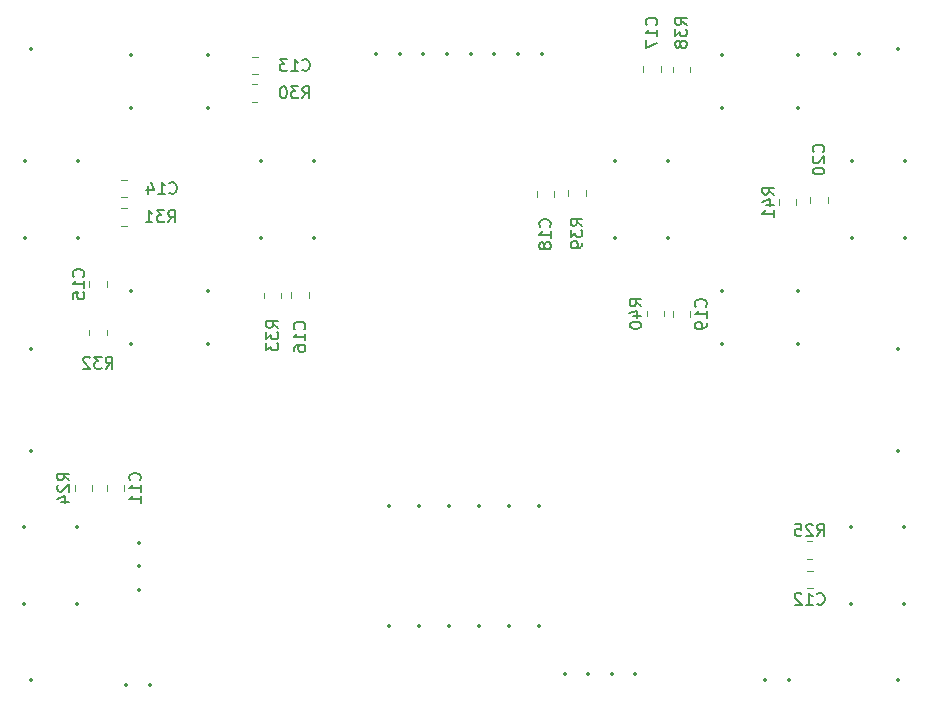
<source format=gbo>
%TF.GenerationSoftware,KiCad,Pcbnew,8.0.4*%
%TF.CreationDate,2024-08-07T19:34:09-04:00*%
%TF.ProjectId,button_board,62757474-6f6e-45f6-926f-6172642e6b69,rev?*%
%TF.SameCoordinates,Original*%
%TF.FileFunction,Legend,Bot*%
%TF.FilePolarity,Positive*%
%FSLAX46Y46*%
G04 Gerber Fmt 4.6, Leading zero omitted, Abs format (unit mm)*
G04 Created by KiCad (PCBNEW 8.0.4) date 2024-08-07 19:34:09*
%MOMM*%
%LPD*%
G01*
G04 APERTURE LIST*
%ADD10C,0.150000*%
%ADD11C,0.120000*%
%ADD12C,0.350000*%
G04 APERTURE END LIST*
D10*
X112748857Y-90968580D02*
X112796476Y-91016200D01*
X112796476Y-91016200D02*
X112939333Y-91063819D01*
X112939333Y-91063819D02*
X113034571Y-91063819D01*
X113034571Y-91063819D02*
X113177428Y-91016200D01*
X113177428Y-91016200D02*
X113272666Y-90920961D01*
X113272666Y-90920961D02*
X113320285Y-90825723D01*
X113320285Y-90825723D02*
X113367904Y-90635247D01*
X113367904Y-90635247D02*
X113367904Y-90492390D01*
X113367904Y-90492390D02*
X113320285Y-90301914D01*
X113320285Y-90301914D02*
X113272666Y-90206676D01*
X113272666Y-90206676D02*
X113177428Y-90111438D01*
X113177428Y-90111438D02*
X113034571Y-90063819D01*
X113034571Y-90063819D02*
X112939333Y-90063819D01*
X112939333Y-90063819D02*
X112796476Y-90111438D01*
X112796476Y-90111438D02*
X112748857Y-90159057D01*
X111796476Y-91063819D02*
X112367904Y-91063819D01*
X112082190Y-91063819D02*
X112082190Y-90063819D01*
X112082190Y-90063819D02*
X112177428Y-90206676D01*
X112177428Y-90206676D02*
X112272666Y-90301914D01*
X112272666Y-90301914D02*
X112367904Y-90349533D01*
X110939333Y-90397152D02*
X110939333Y-91063819D01*
X111177428Y-90016200D02*
X111415523Y-90730485D01*
X111415523Y-90730485D02*
X110796476Y-90730485D01*
X112648857Y-93463819D02*
X112982190Y-92987628D01*
X113220285Y-93463819D02*
X113220285Y-92463819D01*
X113220285Y-92463819D02*
X112839333Y-92463819D01*
X112839333Y-92463819D02*
X112744095Y-92511438D01*
X112744095Y-92511438D02*
X112696476Y-92559057D01*
X112696476Y-92559057D02*
X112648857Y-92654295D01*
X112648857Y-92654295D02*
X112648857Y-92797152D01*
X112648857Y-92797152D02*
X112696476Y-92892390D01*
X112696476Y-92892390D02*
X112744095Y-92940009D01*
X112744095Y-92940009D02*
X112839333Y-92987628D01*
X112839333Y-92987628D02*
X113220285Y-92987628D01*
X112315523Y-92463819D02*
X111696476Y-92463819D01*
X111696476Y-92463819D02*
X112029809Y-92844771D01*
X112029809Y-92844771D02*
X111886952Y-92844771D01*
X111886952Y-92844771D02*
X111791714Y-92892390D01*
X111791714Y-92892390D02*
X111744095Y-92940009D01*
X111744095Y-92940009D02*
X111696476Y-93035247D01*
X111696476Y-93035247D02*
X111696476Y-93273342D01*
X111696476Y-93273342D02*
X111744095Y-93368580D01*
X111744095Y-93368580D02*
X111791714Y-93416200D01*
X111791714Y-93416200D02*
X111886952Y-93463819D01*
X111886952Y-93463819D02*
X112172666Y-93463819D01*
X112172666Y-93463819D02*
X112267904Y-93416200D01*
X112267904Y-93416200D02*
X112315523Y-93368580D01*
X110744095Y-93463819D02*
X111315523Y-93463819D01*
X111029809Y-93463819D02*
X111029809Y-92463819D01*
X111029809Y-92463819D02*
X111125047Y-92606676D01*
X111125047Y-92606676D02*
X111220285Y-92701914D01*
X111220285Y-92701914D02*
X111315523Y-92749533D01*
X105465580Y-98066142D02*
X105513200Y-98018523D01*
X105513200Y-98018523D02*
X105560819Y-97875666D01*
X105560819Y-97875666D02*
X105560819Y-97780428D01*
X105560819Y-97780428D02*
X105513200Y-97637571D01*
X105513200Y-97637571D02*
X105417961Y-97542333D01*
X105417961Y-97542333D02*
X105322723Y-97494714D01*
X105322723Y-97494714D02*
X105132247Y-97447095D01*
X105132247Y-97447095D02*
X104989390Y-97447095D01*
X104989390Y-97447095D02*
X104798914Y-97494714D01*
X104798914Y-97494714D02*
X104703676Y-97542333D01*
X104703676Y-97542333D02*
X104608438Y-97637571D01*
X104608438Y-97637571D02*
X104560819Y-97780428D01*
X104560819Y-97780428D02*
X104560819Y-97875666D01*
X104560819Y-97875666D02*
X104608438Y-98018523D01*
X104608438Y-98018523D02*
X104656057Y-98066142D01*
X105560819Y-99018523D02*
X105560819Y-98447095D01*
X105560819Y-98732809D02*
X104560819Y-98732809D01*
X104560819Y-98732809D02*
X104703676Y-98637571D01*
X104703676Y-98637571D02*
X104798914Y-98542333D01*
X104798914Y-98542333D02*
X104846533Y-98447095D01*
X104560819Y-99923285D02*
X104560819Y-99447095D01*
X104560819Y-99447095D02*
X105037009Y-99399476D01*
X105037009Y-99399476D02*
X104989390Y-99447095D01*
X104989390Y-99447095D02*
X104941771Y-99542333D01*
X104941771Y-99542333D02*
X104941771Y-99780428D01*
X104941771Y-99780428D02*
X104989390Y-99875666D01*
X104989390Y-99875666D02*
X105037009Y-99923285D01*
X105037009Y-99923285D02*
X105132247Y-99970904D01*
X105132247Y-99970904D02*
X105370342Y-99970904D01*
X105370342Y-99970904D02*
X105465580Y-99923285D01*
X105465580Y-99923285D02*
X105513200Y-99875666D01*
X105513200Y-99875666D02*
X105560819Y-99780428D01*
X105560819Y-99780428D02*
X105560819Y-99542333D01*
X105560819Y-99542333D02*
X105513200Y-99447095D01*
X105513200Y-99447095D02*
X105465580Y-99399476D01*
X124011357Y-82963819D02*
X124344690Y-82487628D01*
X124582785Y-82963819D02*
X124582785Y-81963819D01*
X124582785Y-81963819D02*
X124201833Y-81963819D01*
X124201833Y-81963819D02*
X124106595Y-82011438D01*
X124106595Y-82011438D02*
X124058976Y-82059057D01*
X124058976Y-82059057D02*
X124011357Y-82154295D01*
X124011357Y-82154295D02*
X124011357Y-82297152D01*
X124011357Y-82297152D02*
X124058976Y-82392390D01*
X124058976Y-82392390D02*
X124106595Y-82440009D01*
X124106595Y-82440009D02*
X124201833Y-82487628D01*
X124201833Y-82487628D02*
X124582785Y-82487628D01*
X123678023Y-81963819D02*
X123058976Y-81963819D01*
X123058976Y-81963819D02*
X123392309Y-82344771D01*
X123392309Y-82344771D02*
X123249452Y-82344771D01*
X123249452Y-82344771D02*
X123154214Y-82392390D01*
X123154214Y-82392390D02*
X123106595Y-82440009D01*
X123106595Y-82440009D02*
X123058976Y-82535247D01*
X123058976Y-82535247D02*
X123058976Y-82773342D01*
X123058976Y-82773342D02*
X123106595Y-82868580D01*
X123106595Y-82868580D02*
X123154214Y-82916200D01*
X123154214Y-82916200D02*
X123249452Y-82963819D01*
X123249452Y-82963819D02*
X123535166Y-82963819D01*
X123535166Y-82963819D02*
X123630404Y-82916200D01*
X123630404Y-82916200D02*
X123678023Y-82868580D01*
X122439928Y-81963819D02*
X122344690Y-81963819D01*
X122344690Y-81963819D02*
X122249452Y-82011438D01*
X122249452Y-82011438D02*
X122201833Y-82059057D01*
X122201833Y-82059057D02*
X122154214Y-82154295D01*
X122154214Y-82154295D02*
X122106595Y-82344771D01*
X122106595Y-82344771D02*
X122106595Y-82582866D01*
X122106595Y-82582866D02*
X122154214Y-82773342D01*
X122154214Y-82773342D02*
X122201833Y-82868580D01*
X122201833Y-82868580D02*
X122249452Y-82916200D01*
X122249452Y-82916200D02*
X122344690Y-82963819D01*
X122344690Y-82963819D02*
X122439928Y-82963819D01*
X122439928Y-82963819D02*
X122535166Y-82916200D01*
X122535166Y-82916200D02*
X122582785Y-82868580D01*
X122582785Y-82868580D02*
X122630404Y-82773342D01*
X122630404Y-82773342D02*
X122678023Y-82582866D01*
X122678023Y-82582866D02*
X122678023Y-82344771D01*
X122678023Y-82344771D02*
X122630404Y-82154295D01*
X122630404Y-82154295D02*
X122582785Y-82059057D01*
X122582785Y-82059057D02*
X122535166Y-82011438D01*
X122535166Y-82011438D02*
X122439928Y-81963819D01*
X147710819Y-93753642D02*
X147234628Y-93420309D01*
X147710819Y-93182214D02*
X146710819Y-93182214D01*
X146710819Y-93182214D02*
X146710819Y-93563166D01*
X146710819Y-93563166D02*
X146758438Y-93658404D01*
X146758438Y-93658404D02*
X146806057Y-93706023D01*
X146806057Y-93706023D02*
X146901295Y-93753642D01*
X146901295Y-93753642D02*
X147044152Y-93753642D01*
X147044152Y-93753642D02*
X147139390Y-93706023D01*
X147139390Y-93706023D02*
X147187009Y-93658404D01*
X147187009Y-93658404D02*
X147234628Y-93563166D01*
X147234628Y-93563166D02*
X147234628Y-93182214D01*
X146710819Y-94086976D02*
X146710819Y-94706023D01*
X146710819Y-94706023D02*
X147091771Y-94372690D01*
X147091771Y-94372690D02*
X147091771Y-94515547D01*
X147091771Y-94515547D02*
X147139390Y-94610785D01*
X147139390Y-94610785D02*
X147187009Y-94658404D01*
X147187009Y-94658404D02*
X147282247Y-94706023D01*
X147282247Y-94706023D02*
X147520342Y-94706023D01*
X147520342Y-94706023D02*
X147615580Y-94658404D01*
X147615580Y-94658404D02*
X147663200Y-94610785D01*
X147663200Y-94610785D02*
X147710819Y-94515547D01*
X147710819Y-94515547D02*
X147710819Y-94229833D01*
X147710819Y-94229833D02*
X147663200Y-94134595D01*
X147663200Y-94134595D02*
X147615580Y-94086976D01*
X147710819Y-95182214D02*
X147710819Y-95372690D01*
X147710819Y-95372690D02*
X147663200Y-95467928D01*
X147663200Y-95467928D02*
X147615580Y-95515547D01*
X147615580Y-95515547D02*
X147472723Y-95610785D01*
X147472723Y-95610785D02*
X147282247Y-95658404D01*
X147282247Y-95658404D02*
X146901295Y-95658404D01*
X146901295Y-95658404D02*
X146806057Y-95610785D01*
X146806057Y-95610785D02*
X146758438Y-95563166D01*
X146758438Y-95563166D02*
X146710819Y-95467928D01*
X146710819Y-95467928D02*
X146710819Y-95277452D01*
X146710819Y-95277452D02*
X146758438Y-95182214D01*
X146758438Y-95182214D02*
X146806057Y-95134595D01*
X146806057Y-95134595D02*
X146901295Y-95086976D01*
X146901295Y-95086976D02*
X147139390Y-95086976D01*
X147139390Y-95086976D02*
X147234628Y-95134595D01*
X147234628Y-95134595D02*
X147282247Y-95182214D01*
X147282247Y-95182214D02*
X147329866Y-95277452D01*
X147329866Y-95277452D02*
X147329866Y-95467928D01*
X147329866Y-95467928D02*
X147282247Y-95563166D01*
X147282247Y-95563166D02*
X147234628Y-95610785D01*
X147234628Y-95610785D02*
X147139390Y-95658404D01*
X152710819Y-100566142D02*
X152234628Y-100232809D01*
X152710819Y-99994714D02*
X151710819Y-99994714D01*
X151710819Y-99994714D02*
X151710819Y-100375666D01*
X151710819Y-100375666D02*
X151758438Y-100470904D01*
X151758438Y-100470904D02*
X151806057Y-100518523D01*
X151806057Y-100518523D02*
X151901295Y-100566142D01*
X151901295Y-100566142D02*
X152044152Y-100566142D01*
X152044152Y-100566142D02*
X152139390Y-100518523D01*
X152139390Y-100518523D02*
X152187009Y-100470904D01*
X152187009Y-100470904D02*
X152234628Y-100375666D01*
X152234628Y-100375666D02*
X152234628Y-99994714D01*
X152044152Y-101423285D02*
X152710819Y-101423285D01*
X151663200Y-101185190D02*
X152377485Y-100947095D01*
X152377485Y-100947095D02*
X152377485Y-101566142D01*
X151710819Y-102137571D02*
X151710819Y-102232809D01*
X151710819Y-102232809D02*
X151758438Y-102328047D01*
X151758438Y-102328047D02*
X151806057Y-102375666D01*
X151806057Y-102375666D02*
X151901295Y-102423285D01*
X151901295Y-102423285D02*
X152091771Y-102470904D01*
X152091771Y-102470904D02*
X152329866Y-102470904D01*
X152329866Y-102470904D02*
X152520342Y-102423285D01*
X152520342Y-102423285D02*
X152615580Y-102375666D01*
X152615580Y-102375666D02*
X152663200Y-102328047D01*
X152663200Y-102328047D02*
X152710819Y-102232809D01*
X152710819Y-102232809D02*
X152710819Y-102137571D01*
X152710819Y-102137571D02*
X152663200Y-102042333D01*
X152663200Y-102042333D02*
X152615580Y-101994714D01*
X152615580Y-101994714D02*
X152520342Y-101947095D01*
X152520342Y-101947095D02*
X152329866Y-101899476D01*
X152329866Y-101899476D02*
X152091771Y-101899476D01*
X152091771Y-101899476D02*
X151901295Y-101947095D01*
X151901295Y-101947095D02*
X151806057Y-101994714D01*
X151806057Y-101994714D02*
X151758438Y-102042333D01*
X151758438Y-102042333D02*
X151710819Y-102137571D01*
X124165580Y-102516142D02*
X124213200Y-102468523D01*
X124213200Y-102468523D02*
X124260819Y-102325666D01*
X124260819Y-102325666D02*
X124260819Y-102230428D01*
X124260819Y-102230428D02*
X124213200Y-102087571D01*
X124213200Y-102087571D02*
X124117961Y-101992333D01*
X124117961Y-101992333D02*
X124022723Y-101944714D01*
X124022723Y-101944714D02*
X123832247Y-101897095D01*
X123832247Y-101897095D02*
X123689390Y-101897095D01*
X123689390Y-101897095D02*
X123498914Y-101944714D01*
X123498914Y-101944714D02*
X123403676Y-101992333D01*
X123403676Y-101992333D02*
X123308438Y-102087571D01*
X123308438Y-102087571D02*
X123260819Y-102230428D01*
X123260819Y-102230428D02*
X123260819Y-102325666D01*
X123260819Y-102325666D02*
X123308438Y-102468523D01*
X123308438Y-102468523D02*
X123356057Y-102516142D01*
X124260819Y-103468523D02*
X124260819Y-102897095D01*
X124260819Y-103182809D02*
X123260819Y-103182809D01*
X123260819Y-103182809D02*
X123403676Y-103087571D01*
X123403676Y-103087571D02*
X123498914Y-102992333D01*
X123498914Y-102992333D02*
X123546533Y-102897095D01*
X123260819Y-104325666D02*
X123260819Y-104135190D01*
X123260819Y-104135190D02*
X123308438Y-104039952D01*
X123308438Y-104039952D02*
X123356057Y-103992333D01*
X123356057Y-103992333D02*
X123498914Y-103897095D01*
X123498914Y-103897095D02*
X123689390Y-103849476D01*
X123689390Y-103849476D02*
X124070342Y-103849476D01*
X124070342Y-103849476D02*
X124165580Y-103897095D01*
X124165580Y-103897095D02*
X124213200Y-103944714D01*
X124213200Y-103944714D02*
X124260819Y-104039952D01*
X124260819Y-104039952D02*
X124260819Y-104230428D01*
X124260819Y-104230428D02*
X124213200Y-104325666D01*
X124213200Y-104325666D02*
X124165580Y-104373285D01*
X124165580Y-104373285D02*
X124070342Y-104420904D01*
X124070342Y-104420904D02*
X123832247Y-104420904D01*
X123832247Y-104420904D02*
X123737009Y-104373285D01*
X123737009Y-104373285D02*
X123689390Y-104325666D01*
X123689390Y-104325666D02*
X123641771Y-104230428D01*
X123641771Y-104230428D02*
X123641771Y-104039952D01*
X123641771Y-104039952D02*
X123689390Y-103944714D01*
X123689390Y-103944714D02*
X123737009Y-103897095D01*
X123737009Y-103897095D02*
X123832247Y-103849476D01*
X163960819Y-91116142D02*
X163484628Y-90782809D01*
X163960819Y-90544714D02*
X162960819Y-90544714D01*
X162960819Y-90544714D02*
X162960819Y-90925666D01*
X162960819Y-90925666D02*
X163008438Y-91020904D01*
X163008438Y-91020904D02*
X163056057Y-91068523D01*
X163056057Y-91068523D02*
X163151295Y-91116142D01*
X163151295Y-91116142D02*
X163294152Y-91116142D01*
X163294152Y-91116142D02*
X163389390Y-91068523D01*
X163389390Y-91068523D02*
X163437009Y-91020904D01*
X163437009Y-91020904D02*
X163484628Y-90925666D01*
X163484628Y-90925666D02*
X163484628Y-90544714D01*
X163294152Y-91973285D02*
X163960819Y-91973285D01*
X162913200Y-91735190D02*
X163627485Y-91497095D01*
X163627485Y-91497095D02*
X163627485Y-92116142D01*
X163960819Y-93020904D02*
X163960819Y-92449476D01*
X163960819Y-92735190D02*
X162960819Y-92735190D01*
X162960819Y-92735190D02*
X163103676Y-92639952D01*
X163103676Y-92639952D02*
X163198914Y-92544714D01*
X163198914Y-92544714D02*
X163246533Y-92449476D01*
X153965580Y-76766142D02*
X154013200Y-76718523D01*
X154013200Y-76718523D02*
X154060819Y-76575666D01*
X154060819Y-76575666D02*
X154060819Y-76480428D01*
X154060819Y-76480428D02*
X154013200Y-76337571D01*
X154013200Y-76337571D02*
X153917961Y-76242333D01*
X153917961Y-76242333D02*
X153822723Y-76194714D01*
X153822723Y-76194714D02*
X153632247Y-76147095D01*
X153632247Y-76147095D02*
X153489390Y-76147095D01*
X153489390Y-76147095D02*
X153298914Y-76194714D01*
X153298914Y-76194714D02*
X153203676Y-76242333D01*
X153203676Y-76242333D02*
X153108438Y-76337571D01*
X153108438Y-76337571D02*
X153060819Y-76480428D01*
X153060819Y-76480428D02*
X153060819Y-76575666D01*
X153060819Y-76575666D02*
X153108438Y-76718523D01*
X153108438Y-76718523D02*
X153156057Y-76766142D01*
X154060819Y-77718523D02*
X154060819Y-77147095D01*
X154060819Y-77432809D02*
X153060819Y-77432809D01*
X153060819Y-77432809D02*
X153203676Y-77337571D01*
X153203676Y-77337571D02*
X153298914Y-77242333D01*
X153298914Y-77242333D02*
X153346533Y-77147095D01*
X153060819Y-78051857D02*
X153060819Y-78718523D01*
X153060819Y-78718523D02*
X154060819Y-78289952D01*
X104260819Y-115316142D02*
X103784628Y-114982809D01*
X104260819Y-114744714D02*
X103260819Y-114744714D01*
X103260819Y-114744714D02*
X103260819Y-115125666D01*
X103260819Y-115125666D02*
X103308438Y-115220904D01*
X103308438Y-115220904D02*
X103356057Y-115268523D01*
X103356057Y-115268523D02*
X103451295Y-115316142D01*
X103451295Y-115316142D02*
X103594152Y-115316142D01*
X103594152Y-115316142D02*
X103689390Y-115268523D01*
X103689390Y-115268523D02*
X103737009Y-115220904D01*
X103737009Y-115220904D02*
X103784628Y-115125666D01*
X103784628Y-115125666D02*
X103784628Y-114744714D01*
X103356057Y-115697095D02*
X103308438Y-115744714D01*
X103308438Y-115744714D02*
X103260819Y-115839952D01*
X103260819Y-115839952D02*
X103260819Y-116078047D01*
X103260819Y-116078047D02*
X103308438Y-116173285D01*
X103308438Y-116173285D02*
X103356057Y-116220904D01*
X103356057Y-116220904D02*
X103451295Y-116268523D01*
X103451295Y-116268523D02*
X103546533Y-116268523D01*
X103546533Y-116268523D02*
X103689390Y-116220904D01*
X103689390Y-116220904D02*
X104260819Y-115649476D01*
X104260819Y-115649476D02*
X104260819Y-116268523D01*
X103594152Y-117125666D02*
X104260819Y-117125666D01*
X103213200Y-116887571D02*
X103927485Y-116649476D01*
X103927485Y-116649476D02*
X103927485Y-117268523D01*
X107348857Y-105863819D02*
X107682190Y-105387628D01*
X107920285Y-105863819D02*
X107920285Y-104863819D01*
X107920285Y-104863819D02*
X107539333Y-104863819D01*
X107539333Y-104863819D02*
X107444095Y-104911438D01*
X107444095Y-104911438D02*
X107396476Y-104959057D01*
X107396476Y-104959057D02*
X107348857Y-105054295D01*
X107348857Y-105054295D02*
X107348857Y-105197152D01*
X107348857Y-105197152D02*
X107396476Y-105292390D01*
X107396476Y-105292390D02*
X107444095Y-105340009D01*
X107444095Y-105340009D02*
X107539333Y-105387628D01*
X107539333Y-105387628D02*
X107920285Y-105387628D01*
X107015523Y-104863819D02*
X106396476Y-104863819D01*
X106396476Y-104863819D02*
X106729809Y-105244771D01*
X106729809Y-105244771D02*
X106586952Y-105244771D01*
X106586952Y-105244771D02*
X106491714Y-105292390D01*
X106491714Y-105292390D02*
X106444095Y-105340009D01*
X106444095Y-105340009D02*
X106396476Y-105435247D01*
X106396476Y-105435247D02*
X106396476Y-105673342D01*
X106396476Y-105673342D02*
X106444095Y-105768580D01*
X106444095Y-105768580D02*
X106491714Y-105816200D01*
X106491714Y-105816200D02*
X106586952Y-105863819D01*
X106586952Y-105863819D02*
X106872666Y-105863819D01*
X106872666Y-105863819D02*
X106967904Y-105816200D01*
X106967904Y-105816200D02*
X107015523Y-105768580D01*
X106015523Y-104959057D02*
X105967904Y-104911438D01*
X105967904Y-104911438D02*
X105872666Y-104863819D01*
X105872666Y-104863819D02*
X105634571Y-104863819D01*
X105634571Y-104863819D02*
X105539333Y-104911438D01*
X105539333Y-104911438D02*
X105491714Y-104959057D01*
X105491714Y-104959057D02*
X105444095Y-105054295D01*
X105444095Y-105054295D02*
X105444095Y-105149533D01*
X105444095Y-105149533D02*
X105491714Y-105292390D01*
X105491714Y-105292390D02*
X106063142Y-105863819D01*
X106063142Y-105863819D02*
X105444095Y-105863819D01*
X110245580Y-115316142D02*
X110293200Y-115268523D01*
X110293200Y-115268523D02*
X110340819Y-115125666D01*
X110340819Y-115125666D02*
X110340819Y-115030428D01*
X110340819Y-115030428D02*
X110293200Y-114887571D01*
X110293200Y-114887571D02*
X110197961Y-114792333D01*
X110197961Y-114792333D02*
X110102723Y-114744714D01*
X110102723Y-114744714D02*
X109912247Y-114697095D01*
X109912247Y-114697095D02*
X109769390Y-114697095D01*
X109769390Y-114697095D02*
X109578914Y-114744714D01*
X109578914Y-114744714D02*
X109483676Y-114792333D01*
X109483676Y-114792333D02*
X109388438Y-114887571D01*
X109388438Y-114887571D02*
X109340819Y-115030428D01*
X109340819Y-115030428D02*
X109340819Y-115125666D01*
X109340819Y-115125666D02*
X109388438Y-115268523D01*
X109388438Y-115268523D02*
X109436057Y-115316142D01*
X110340819Y-116268523D02*
X110340819Y-115697095D01*
X110340819Y-115982809D02*
X109340819Y-115982809D01*
X109340819Y-115982809D02*
X109483676Y-115887571D01*
X109483676Y-115887571D02*
X109578914Y-115792333D01*
X109578914Y-115792333D02*
X109626533Y-115697095D01*
X110340819Y-117220904D02*
X110340819Y-116649476D01*
X110340819Y-116935190D02*
X109340819Y-116935190D01*
X109340819Y-116935190D02*
X109483676Y-116839952D01*
X109483676Y-116839952D02*
X109578914Y-116744714D01*
X109578914Y-116744714D02*
X109626533Y-116649476D01*
X121960819Y-102416142D02*
X121484628Y-102082809D01*
X121960819Y-101844714D02*
X120960819Y-101844714D01*
X120960819Y-101844714D02*
X120960819Y-102225666D01*
X120960819Y-102225666D02*
X121008438Y-102320904D01*
X121008438Y-102320904D02*
X121056057Y-102368523D01*
X121056057Y-102368523D02*
X121151295Y-102416142D01*
X121151295Y-102416142D02*
X121294152Y-102416142D01*
X121294152Y-102416142D02*
X121389390Y-102368523D01*
X121389390Y-102368523D02*
X121437009Y-102320904D01*
X121437009Y-102320904D02*
X121484628Y-102225666D01*
X121484628Y-102225666D02*
X121484628Y-101844714D01*
X120960819Y-102749476D02*
X120960819Y-103368523D01*
X120960819Y-103368523D02*
X121341771Y-103035190D01*
X121341771Y-103035190D02*
X121341771Y-103178047D01*
X121341771Y-103178047D02*
X121389390Y-103273285D01*
X121389390Y-103273285D02*
X121437009Y-103320904D01*
X121437009Y-103320904D02*
X121532247Y-103368523D01*
X121532247Y-103368523D02*
X121770342Y-103368523D01*
X121770342Y-103368523D02*
X121865580Y-103320904D01*
X121865580Y-103320904D02*
X121913200Y-103273285D01*
X121913200Y-103273285D02*
X121960819Y-103178047D01*
X121960819Y-103178047D02*
X121960819Y-102892333D01*
X121960819Y-102892333D02*
X121913200Y-102797095D01*
X121913200Y-102797095D02*
X121865580Y-102749476D01*
X120960819Y-103701857D02*
X120960819Y-104320904D01*
X120960819Y-104320904D02*
X121341771Y-103987571D01*
X121341771Y-103987571D02*
X121341771Y-104130428D01*
X121341771Y-104130428D02*
X121389390Y-104225666D01*
X121389390Y-104225666D02*
X121437009Y-104273285D01*
X121437009Y-104273285D02*
X121532247Y-104320904D01*
X121532247Y-104320904D02*
X121770342Y-104320904D01*
X121770342Y-104320904D02*
X121865580Y-104273285D01*
X121865580Y-104273285D02*
X121913200Y-104225666D01*
X121913200Y-104225666D02*
X121960819Y-104130428D01*
X121960819Y-104130428D02*
X121960819Y-103844714D01*
X121960819Y-103844714D02*
X121913200Y-103749476D01*
X121913200Y-103749476D02*
X121865580Y-103701857D01*
X124011357Y-80568580D02*
X124058976Y-80616200D01*
X124058976Y-80616200D02*
X124201833Y-80663819D01*
X124201833Y-80663819D02*
X124297071Y-80663819D01*
X124297071Y-80663819D02*
X124439928Y-80616200D01*
X124439928Y-80616200D02*
X124535166Y-80520961D01*
X124535166Y-80520961D02*
X124582785Y-80425723D01*
X124582785Y-80425723D02*
X124630404Y-80235247D01*
X124630404Y-80235247D02*
X124630404Y-80092390D01*
X124630404Y-80092390D02*
X124582785Y-79901914D01*
X124582785Y-79901914D02*
X124535166Y-79806676D01*
X124535166Y-79806676D02*
X124439928Y-79711438D01*
X124439928Y-79711438D02*
X124297071Y-79663819D01*
X124297071Y-79663819D02*
X124201833Y-79663819D01*
X124201833Y-79663819D02*
X124058976Y-79711438D01*
X124058976Y-79711438D02*
X124011357Y-79759057D01*
X123058976Y-80663819D02*
X123630404Y-80663819D01*
X123344690Y-80663819D02*
X123344690Y-79663819D01*
X123344690Y-79663819D02*
X123439928Y-79806676D01*
X123439928Y-79806676D02*
X123535166Y-79901914D01*
X123535166Y-79901914D02*
X123630404Y-79949533D01*
X122725642Y-79663819D02*
X122106595Y-79663819D01*
X122106595Y-79663819D02*
X122439928Y-80044771D01*
X122439928Y-80044771D02*
X122297071Y-80044771D01*
X122297071Y-80044771D02*
X122201833Y-80092390D01*
X122201833Y-80092390D02*
X122154214Y-80140009D01*
X122154214Y-80140009D02*
X122106595Y-80235247D01*
X122106595Y-80235247D02*
X122106595Y-80473342D01*
X122106595Y-80473342D02*
X122154214Y-80568580D01*
X122154214Y-80568580D02*
X122201833Y-80616200D01*
X122201833Y-80616200D02*
X122297071Y-80663819D01*
X122297071Y-80663819D02*
X122582785Y-80663819D01*
X122582785Y-80663819D02*
X122678023Y-80616200D01*
X122678023Y-80616200D02*
X122725642Y-80568580D01*
X168115580Y-87503642D02*
X168163200Y-87456023D01*
X168163200Y-87456023D02*
X168210819Y-87313166D01*
X168210819Y-87313166D02*
X168210819Y-87217928D01*
X168210819Y-87217928D02*
X168163200Y-87075071D01*
X168163200Y-87075071D02*
X168067961Y-86979833D01*
X168067961Y-86979833D02*
X167972723Y-86932214D01*
X167972723Y-86932214D02*
X167782247Y-86884595D01*
X167782247Y-86884595D02*
X167639390Y-86884595D01*
X167639390Y-86884595D02*
X167448914Y-86932214D01*
X167448914Y-86932214D02*
X167353676Y-86979833D01*
X167353676Y-86979833D02*
X167258438Y-87075071D01*
X167258438Y-87075071D02*
X167210819Y-87217928D01*
X167210819Y-87217928D02*
X167210819Y-87313166D01*
X167210819Y-87313166D02*
X167258438Y-87456023D01*
X167258438Y-87456023D02*
X167306057Y-87503642D01*
X167306057Y-87884595D02*
X167258438Y-87932214D01*
X167258438Y-87932214D02*
X167210819Y-88027452D01*
X167210819Y-88027452D02*
X167210819Y-88265547D01*
X167210819Y-88265547D02*
X167258438Y-88360785D01*
X167258438Y-88360785D02*
X167306057Y-88408404D01*
X167306057Y-88408404D02*
X167401295Y-88456023D01*
X167401295Y-88456023D02*
X167496533Y-88456023D01*
X167496533Y-88456023D02*
X167639390Y-88408404D01*
X167639390Y-88408404D02*
X168210819Y-87836976D01*
X168210819Y-87836976D02*
X168210819Y-88456023D01*
X167210819Y-89075071D02*
X167210819Y-89170309D01*
X167210819Y-89170309D02*
X167258438Y-89265547D01*
X167258438Y-89265547D02*
X167306057Y-89313166D01*
X167306057Y-89313166D02*
X167401295Y-89360785D01*
X167401295Y-89360785D02*
X167591771Y-89408404D01*
X167591771Y-89408404D02*
X167829866Y-89408404D01*
X167829866Y-89408404D02*
X168020342Y-89360785D01*
X168020342Y-89360785D02*
X168115580Y-89313166D01*
X168115580Y-89313166D02*
X168163200Y-89265547D01*
X168163200Y-89265547D02*
X168210819Y-89170309D01*
X168210819Y-89170309D02*
X168210819Y-89075071D01*
X168210819Y-89075071D02*
X168163200Y-88979833D01*
X168163200Y-88979833D02*
X168115580Y-88932214D01*
X168115580Y-88932214D02*
X168020342Y-88884595D01*
X168020342Y-88884595D02*
X167829866Y-88836976D01*
X167829866Y-88836976D02*
X167591771Y-88836976D01*
X167591771Y-88836976D02*
X167401295Y-88884595D01*
X167401295Y-88884595D02*
X167306057Y-88932214D01*
X167306057Y-88932214D02*
X167258438Y-88979833D01*
X167258438Y-88979833D02*
X167210819Y-89075071D01*
X158145580Y-100603642D02*
X158193200Y-100556023D01*
X158193200Y-100556023D02*
X158240819Y-100413166D01*
X158240819Y-100413166D02*
X158240819Y-100317928D01*
X158240819Y-100317928D02*
X158193200Y-100175071D01*
X158193200Y-100175071D02*
X158097961Y-100079833D01*
X158097961Y-100079833D02*
X158002723Y-100032214D01*
X158002723Y-100032214D02*
X157812247Y-99984595D01*
X157812247Y-99984595D02*
X157669390Y-99984595D01*
X157669390Y-99984595D02*
X157478914Y-100032214D01*
X157478914Y-100032214D02*
X157383676Y-100079833D01*
X157383676Y-100079833D02*
X157288438Y-100175071D01*
X157288438Y-100175071D02*
X157240819Y-100317928D01*
X157240819Y-100317928D02*
X157240819Y-100413166D01*
X157240819Y-100413166D02*
X157288438Y-100556023D01*
X157288438Y-100556023D02*
X157336057Y-100603642D01*
X158240819Y-101556023D02*
X158240819Y-100984595D01*
X158240819Y-101270309D02*
X157240819Y-101270309D01*
X157240819Y-101270309D02*
X157383676Y-101175071D01*
X157383676Y-101175071D02*
X157478914Y-101079833D01*
X157478914Y-101079833D02*
X157526533Y-100984595D01*
X158240819Y-102032214D02*
X158240819Y-102222690D01*
X158240819Y-102222690D02*
X158193200Y-102317928D01*
X158193200Y-102317928D02*
X158145580Y-102365547D01*
X158145580Y-102365547D02*
X158002723Y-102460785D01*
X158002723Y-102460785D02*
X157812247Y-102508404D01*
X157812247Y-102508404D02*
X157431295Y-102508404D01*
X157431295Y-102508404D02*
X157336057Y-102460785D01*
X157336057Y-102460785D02*
X157288438Y-102413166D01*
X157288438Y-102413166D02*
X157240819Y-102317928D01*
X157240819Y-102317928D02*
X157240819Y-102127452D01*
X157240819Y-102127452D02*
X157288438Y-102032214D01*
X157288438Y-102032214D02*
X157336057Y-101984595D01*
X157336057Y-101984595D02*
X157431295Y-101936976D01*
X157431295Y-101936976D02*
X157669390Y-101936976D01*
X157669390Y-101936976D02*
X157764628Y-101984595D01*
X157764628Y-101984595D02*
X157812247Y-102032214D01*
X157812247Y-102032214D02*
X157859866Y-102127452D01*
X157859866Y-102127452D02*
X157859866Y-102317928D01*
X157859866Y-102317928D02*
X157812247Y-102413166D01*
X157812247Y-102413166D02*
X157764628Y-102460785D01*
X157764628Y-102460785D02*
X157669390Y-102508404D01*
X156560819Y-76766142D02*
X156084628Y-76432809D01*
X156560819Y-76194714D02*
X155560819Y-76194714D01*
X155560819Y-76194714D02*
X155560819Y-76575666D01*
X155560819Y-76575666D02*
X155608438Y-76670904D01*
X155608438Y-76670904D02*
X155656057Y-76718523D01*
X155656057Y-76718523D02*
X155751295Y-76766142D01*
X155751295Y-76766142D02*
X155894152Y-76766142D01*
X155894152Y-76766142D02*
X155989390Y-76718523D01*
X155989390Y-76718523D02*
X156037009Y-76670904D01*
X156037009Y-76670904D02*
X156084628Y-76575666D01*
X156084628Y-76575666D02*
X156084628Y-76194714D01*
X155560819Y-77099476D02*
X155560819Y-77718523D01*
X155560819Y-77718523D02*
X155941771Y-77385190D01*
X155941771Y-77385190D02*
X155941771Y-77528047D01*
X155941771Y-77528047D02*
X155989390Y-77623285D01*
X155989390Y-77623285D02*
X156037009Y-77670904D01*
X156037009Y-77670904D02*
X156132247Y-77718523D01*
X156132247Y-77718523D02*
X156370342Y-77718523D01*
X156370342Y-77718523D02*
X156465580Y-77670904D01*
X156465580Y-77670904D02*
X156513200Y-77623285D01*
X156513200Y-77623285D02*
X156560819Y-77528047D01*
X156560819Y-77528047D02*
X156560819Y-77242333D01*
X156560819Y-77242333D02*
X156513200Y-77147095D01*
X156513200Y-77147095D02*
X156465580Y-77099476D01*
X155989390Y-78289952D02*
X155941771Y-78194714D01*
X155941771Y-78194714D02*
X155894152Y-78147095D01*
X155894152Y-78147095D02*
X155798914Y-78099476D01*
X155798914Y-78099476D02*
X155751295Y-78099476D01*
X155751295Y-78099476D02*
X155656057Y-78147095D01*
X155656057Y-78147095D02*
X155608438Y-78194714D01*
X155608438Y-78194714D02*
X155560819Y-78289952D01*
X155560819Y-78289952D02*
X155560819Y-78480428D01*
X155560819Y-78480428D02*
X155608438Y-78575666D01*
X155608438Y-78575666D02*
X155656057Y-78623285D01*
X155656057Y-78623285D02*
X155751295Y-78670904D01*
X155751295Y-78670904D02*
X155798914Y-78670904D01*
X155798914Y-78670904D02*
X155894152Y-78623285D01*
X155894152Y-78623285D02*
X155941771Y-78575666D01*
X155941771Y-78575666D02*
X155989390Y-78480428D01*
X155989390Y-78480428D02*
X155989390Y-78289952D01*
X155989390Y-78289952D02*
X156037009Y-78194714D01*
X156037009Y-78194714D02*
X156084628Y-78147095D01*
X156084628Y-78147095D02*
X156179866Y-78099476D01*
X156179866Y-78099476D02*
X156370342Y-78099476D01*
X156370342Y-78099476D02*
X156465580Y-78147095D01*
X156465580Y-78147095D02*
X156513200Y-78194714D01*
X156513200Y-78194714D02*
X156560819Y-78289952D01*
X156560819Y-78289952D02*
X156560819Y-78480428D01*
X156560819Y-78480428D02*
X156513200Y-78575666D01*
X156513200Y-78575666D02*
X156465580Y-78623285D01*
X156465580Y-78623285D02*
X156370342Y-78670904D01*
X156370342Y-78670904D02*
X156179866Y-78670904D01*
X156179866Y-78670904D02*
X156084628Y-78623285D01*
X156084628Y-78623285D02*
X156037009Y-78575666D01*
X156037009Y-78575666D02*
X155989390Y-78480428D01*
X144965580Y-93841142D02*
X145013200Y-93793523D01*
X145013200Y-93793523D02*
X145060819Y-93650666D01*
X145060819Y-93650666D02*
X145060819Y-93555428D01*
X145060819Y-93555428D02*
X145013200Y-93412571D01*
X145013200Y-93412571D02*
X144917961Y-93317333D01*
X144917961Y-93317333D02*
X144822723Y-93269714D01*
X144822723Y-93269714D02*
X144632247Y-93222095D01*
X144632247Y-93222095D02*
X144489390Y-93222095D01*
X144489390Y-93222095D02*
X144298914Y-93269714D01*
X144298914Y-93269714D02*
X144203676Y-93317333D01*
X144203676Y-93317333D02*
X144108438Y-93412571D01*
X144108438Y-93412571D02*
X144060819Y-93555428D01*
X144060819Y-93555428D02*
X144060819Y-93650666D01*
X144060819Y-93650666D02*
X144108438Y-93793523D01*
X144108438Y-93793523D02*
X144156057Y-93841142D01*
X145060819Y-94793523D02*
X145060819Y-94222095D01*
X145060819Y-94507809D02*
X144060819Y-94507809D01*
X144060819Y-94507809D02*
X144203676Y-94412571D01*
X144203676Y-94412571D02*
X144298914Y-94317333D01*
X144298914Y-94317333D02*
X144346533Y-94222095D01*
X144489390Y-95364952D02*
X144441771Y-95269714D01*
X144441771Y-95269714D02*
X144394152Y-95222095D01*
X144394152Y-95222095D02*
X144298914Y-95174476D01*
X144298914Y-95174476D02*
X144251295Y-95174476D01*
X144251295Y-95174476D02*
X144156057Y-95222095D01*
X144156057Y-95222095D02*
X144108438Y-95269714D01*
X144108438Y-95269714D02*
X144060819Y-95364952D01*
X144060819Y-95364952D02*
X144060819Y-95555428D01*
X144060819Y-95555428D02*
X144108438Y-95650666D01*
X144108438Y-95650666D02*
X144156057Y-95698285D01*
X144156057Y-95698285D02*
X144251295Y-95745904D01*
X144251295Y-95745904D02*
X144298914Y-95745904D01*
X144298914Y-95745904D02*
X144394152Y-95698285D01*
X144394152Y-95698285D02*
X144441771Y-95650666D01*
X144441771Y-95650666D02*
X144489390Y-95555428D01*
X144489390Y-95555428D02*
X144489390Y-95364952D01*
X144489390Y-95364952D02*
X144537009Y-95269714D01*
X144537009Y-95269714D02*
X144584628Y-95222095D01*
X144584628Y-95222095D02*
X144679866Y-95174476D01*
X144679866Y-95174476D02*
X144870342Y-95174476D01*
X144870342Y-95174476D02*
X144965580Y-95222095D01*
X144965580Y-95222095D02*
X145013200Y-95269714D01*
X145013200Y-95269714D02*
X145060819Y-95364952D01*
X145060819Y-95364952D02*
X145060819Y-95555428D01*
X145060819Y-95555428D02*
X145013200Y-95650666D01*
X145013200Y-95650666D02*
X144965580Y-95698285D01*
X144965580Y-95698285D02*
X144870342Y-95745904D01*
X144870342Y-95745904D02*
X144679866Y-95745904D01*
X144679866Y-95745904D02*
X144584628Y-95698285D01*
X144584628Y-95698285D02*
X144537009Y-95650666D01*
X144537009Y-95650666D02*
X144489390Y-95555428D01*
X167598857Y-125748580D02*
X167646476Y-125796200D01*
X167646476Y-125796200D02*
X167789333Y-125843819D01*
X167789333Y-125843819D02*
X167884571Y-125843819D01*
X167884571Y-125843819D02*
X168027428Y-125796200D01*
X168027428Y-125796200D02*
X168122666Y-125700961D01*
X168122666Y-125700961D02*
X168170285Y-125605723D01*
X168170285Y-125605723D02*
X168217904Y-125415247D01*
X168217904Y-125415247D02*
X168217904Y-125272390D01*
X168217904Y-125272390D02*
X168170285Y-125081914D01*
X168170285Y-125081914D02*
X168122666Y-124986676D01*
X168122666Y-124986676D02*
X168027428Y-124891438D01*
X168027428Y-124891438D02*
X167884571Y-124843819D01*
X167884571Y-124843819D02*
X167789333Y-124843819D01*
X167789333Y-124843819D02*
X167646476Y-124891438D01*
X167646476Y-124891438D02*
X167598857Y-124939057D01*
X166646476Y-125843819D02*
X167217904Y-125843819D01*
X166932190Y-125843819D02*
X166932190Y-124843819D01*
X166932190Y-124843819D02*
X167027428Y-124986676D01*
X167027428Y-124986676D02*
X167122666Y-125081914D01*
X167122666Y-125081914D02*
X167217904Y-125129533D01*
X166265523Y-124939057D02*
X166217904Y-124891438D01*
X166217904Y-124891438D02*
X166122666Y-124843819D01*
X166122666Y-124843819D02*
X165884571Y-124843819D01*
X165884571Y-124843819D02*
X165789333Y-124891438D01*
X165789333Y-124891438D02*
X165741714Y-124939057D01*
X165741714Y-124939057D02*
X165694095Y-125034295D01*
X165694095Y-125034295D02*
X165694095Y-125129533D01*
X165694095Y-125129533D02*
X165741714Y-125272390D01*
X165741714Y-125272390D02*
X166313142Y-125843819D01*
X166313142Y-125843819D02*
X165694095Y-125843819D01*
X167598857Y-120013819D02*
X167932190Y-119537628D01*
X168170285Y-120013819D02*
X168170285Y-119013819D01*
X168170285Y-119013819D02*
X167789333Y-119013819D01*
X167789333Y-119013819D02*
X167694095Y-119061438D01*
X167694095Y-119061438D02*
X167646476Y-119109057D01*
X167646476Y-119109057D02*
X167598857Y-119204295D01*
X167598857Y-119204295D02*
X167598857Y-119347152D01*
X167598857Y-119347152D02*
X167646476Y-119442390D01*
X167646476Y-119442390D02*
X167694095Y-119490009D01*
X167694095Y-119490009D02*
X167789333Y-119537628D01*
X167789333Y-119537628D02*
X168170285Y-119537628D01*
X167217904Y-119109057D02*
X167170285Y-119061438D01*
X167170285Y-119061438D02*
X167075047Y-119013819D01*
X167075047Y-119013819D02*
X166836952Y-119013819D01*
X166836952Y-119013819D02*
X166741714Y-119061438D01*
X166741714Y-119061438D02*
X166694095Y-119109057D01*
X166694095Y-119109057D02*
X166646476Y-119204295D01*
X166646476Y-119204295D02*
X166646476Y-119299533D01*
X166646476Y-119299533D02*
X166694095Y-119442390D01*
X166694095Y-119442390D02*
X167265523Y-120013819D01*
X167265523Y-120013819D02*
X166646476Y-120013819D01*
X165741714Y-119013819D02*
X166217904Y-119013819D01*
X166217904Y-119013819D02*
X166265523Y-119490009D01*
X166265523Y-119490009D02*
X166217904Y-119442390D01*
X166217904Y-119442390D02*
X166122666Y-119394771D01*
X166122666Y-119394771D02*
X165884571Y-119394771D01*
X165884571Y-119394771D02*
X165789333Y-119442390D01*
X165789333Y-119442390D02*
X165741714Y-119490009D01*
X165741714Y-119490009D02*
X165694095Y-119585247D01*
X165694095Y-119585247D02*
X165694095Y-119823342D01*
X165694095Y-119823342D02*
X165741714Y-119918580D01*
X165741714Y-119918580D02*
X165789333Y-119966200D01*
X165789333Y-119966200D02*
X165884571Y-120013819D01*
X165884571Y-120013819D02*
X166122666Y-120013819D01*
X166122666Y-120013819D02*
X166217904Y-119966200D01*
X166217904Y-119966200D02*
X166265523Y-119918580D01*
D11*
%TO.C,C14*%
X109167252Y-89874000D02*
X108644748Y-89874000D01*
X109167252Y-91344000D02*
X108644748Y-91344000D01*
%TO.C,R31*%
X108678936Y-92274000D02*
X109133064Y-92274000D01*
X108678936Y-93744000D02*
X109133064Y-93744000D01*
%TO.C,C15*%
X105971000Y-98970252D02*
X105971000Y-98447748D01*
X107441000Y-98970252D02*
X107441000Y-98447748D01*
%TO.C,R30*%
X119741436Y-81774000D02*
X120195564Y-81774000D01*
X119741436Y-83244000D02*
X120195564Y-83244000D01*
%TO.C,R39*%
X146521000Y-90769436D02*
X146521000Y-91223564D01*
X147991000Y-90769436D02*
X147991000Y-91223564D01*
%TO.C,R40*%
X153171000Y-101436064D02*
X153171000Y-100981936D01*
X154641000Y-101436064D02*
X154641000Y-100981936D01*
%TO.C,C16*%
X123071000Y-99920252D02*
X123071000Y-99397748D01*
X124541000Y-99920252D02*
X124541000Y-99397748D01*
%TO.C,R41*%
X164371000Y-91531936D02*
X164371000Y-91986064D01*
X165841000Y-91531936D02*
X165841000Y-91986064D01*
%TO.C,C17*%
X152871000Y-80247748D02*
X152871000Y-80770252D01*
X154341000Y-80247748D02*
X154341000Y-80770252D01*
%TO.C,R24*%
X104721000Y-116186064D02*
X104721000Y-115731936D01*
X106191000Y-116186064D02*
X106191000Y-115731936D01*
%TO.C,R32*%
X105971000Y-103036064D02*
X105971000Y-102581936D01*
X107441000Y-103036064D02*
X107441000Y-102581936D01*
%TO.C,C11*%
X107471000Y-115697748D02*
X107471000Y-116220252D01*
X108941000Y-115697748D02*
X108941000Y-116220252D01*
%TO.C,R33*%
X120771000Y-99431936D02*
X120771000Y-99886064D01*
X122241000Y-99431936D02*
X122241000Y-99886064D01*
%TO.C,C13*%
X120267252Y-79474000D02*
X119744748Y-79474000D01*
X120267252Y-80944000D02*
X119744748Y-80944000D01*
%TO.C,C20*%
X167021000Y-91857752D02*
X167021000Y-91335248D01*
X168491000Y-91857752D02*
X168491000Y-91335248D01*
%TO.C,C19*%
X155371000Y-100985248D02*
X155371000Y-101507752D01*
X156841000Y-100985248D02*
X156841000Y-101507752D01*
%TO.C,R38*%
X155371000Y-80736064D02*
X155371000Y-80281936D01*
X156841000Y-80736064D02*
X156841000Y-80281936D01*
%TO.C,C18*%
X143871000Y-91307752D02*
X143871000Y-90785248D01*
X145341000Y-91307752D02*
X145341000Y-90785248D01*
%TO.C,C12*%
X167217252Y-122974000D02*
X166694748Y-122974000D01*
X167217252Y-124444000D02*
X166694748Y-124444000D01*
%TO.C,R25*%
X166728936Y-120474000D02*
X167183064Y-120474000D01*
X166728936Y-121944000D02*
X167183064Y-121944000D01*
%TD*%
D12*
X174406000Y-112809000D03*
X101006000Y-78809000D03*
X159506000Y-83809000D03*
X166006000Y-83809000D03*
X159506000Y-79309000D03*
X166006000Y-79309000D03*
X150506000Y-88309000D03*
X150506000Y-94809000D03*
X155006000Y-88309000D03*
X155006000Y-94809000D03*
X174406000Y-78809000D03*
X174406000Y-132209000D03*
X101006000Y-132209000D03*
X174406000Y-104209000D03*
X109506000Y-83809000D03*
X116006000Y-83809000D03*
X109506000Y-79309000D03*
X116006000Y-79309000D03*
X170506000Y-88309000D03*
X170506000Y-94809000D03*
X175006000Y-88309000D03*
X175006000Y-94809000D03*
X131306000Y-127609000D03*
X133846000Y-127609000D03*
X136386000Y-127609000D03*
X138926000Y-127609000D03*
X141466000Y-127609000D03*
X144006000Y-127609000D03*
X144011000Y-117449000D03*
X141471000Y-117449000D03*
X138931000Y-117449000D03*
X136391000Y-117449000D03*
X133851000Y-117449000D03*
X131311000Y-117449000D03*
X100456000Y-119259000D03*
X100456000Y-125759000D03*
X104956000Y-119259000D03*
X104956000Y-125759000D03*
X101006000Y-104209000D03*
X174956000Y-125759000D03*
X174956000Y-119259000D03*
X170456000Y-125759000D03*
X170456000Y-119259000D03*
X169106000Y-79259000D03*
X171106000Y-79259000D03*
X130256000Y-79259000D03*
X132256000Y-79259000D03*
X134256000Y-79259000D03*
X136256000Y-79259000D03*
X138256000Y-79259000D03*
X140256000Y-79259000D03*
X142256000Y-79259000D03*
X144256000Y-79259000D03*
X159506000Y-103809000D03*
X166006000Y-103809000D03*
X159506000Y-99309000D03*
X166006000Y-99309000D03*
X120506000Y-88309000D03*
X120506000Y-94809000D03*
X125006000Y-88309000D03*
X125006000Y-94809000D03*
X109071000Y-132659000D03*
X111071000Y-132659000D03*
X109506000Y-103809000D03*
X116006000Y-103809000D03*
X109506000Y-99309000D03*
X116006000Y-99309000D03*
X100506000Y-88309000D03*
X100506000Y-94809000D03*
X105006000Y-88309000D03*
X105006000Y-94809000D03*
X163206000Y-132259000D03*
X165206000Y-132259000D03*
X146206000Y-131709000D03*
X148206000Y-131709000D03*
X150206000Y-131709000D03*
X152206000Y-131709000D03*
X110206000Y-120609000D03*
X110206000Y-122609000D03*
X110206000Y-124609000D03*
X101006000Y-112809000D03*
M02*

</source>
